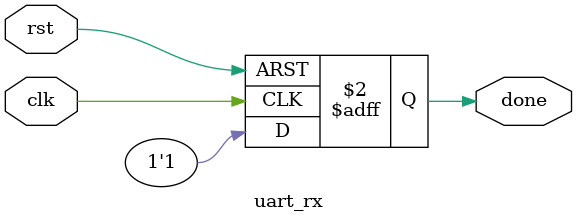
<source format=v>

module uart_rx(input clk, input rst, output reg done);
    always @(posedge clk or posedge rst) begin
        if (rst)
            done <= 0;
        else
            done <= 1;
    end
endmodule

</source>
